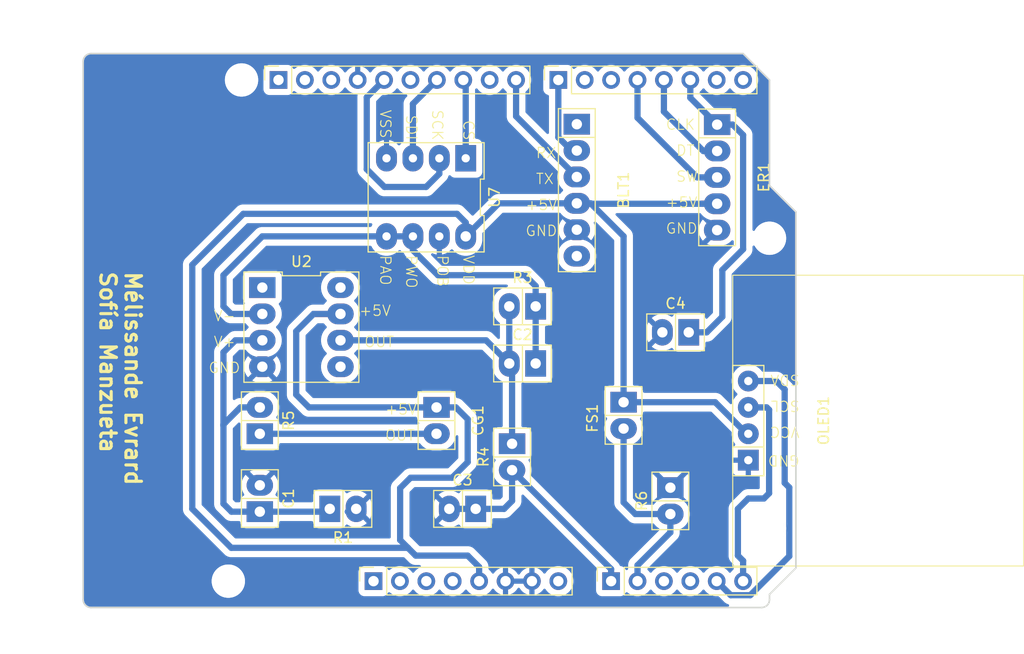
<source format=kicad_pcb>
(kicad_pcb (version 20241229) (generator "pcbnew") (generator_version "9.0")
  (title_block (date "mar. 31 mars 2015"))
  (layers (0 "F.Cu" signal) (2 "B.Cu" signal) (13 "F.Paste" user) (15 "B.Paste" user) (5 "F.SilkS" user "F.Silkscreen") (7 "B.SilkS" user "B.Silkscreen") (1 "F.Mask" user) (3 "B.Mask" user) (25 "Edge.Cuts" user))
  (net 0 "")
  (net 1 "GND")
  (net 3 "+5V")
  (net 4 "/IOREF")
  (net 5 "Net-(U2-+)")
  (net 7 "/A2")
  (net 8 "/A3")
  (net 9 "TX")
  (net 10 "RX")
  (net 12 "/12")
  (net 13 "/AREF")
  (net 14 "R2")
  (net 15 "ADC")
  (net 16 "CLK")
  (net 17 "Net-(CG1-OUT)")
  (net 18 "/*9")
  (net 19 "DT")
  (net 20 "SW")
  (net 21 "/*6")
  (net 22 "/*5")
  (net 23 "/TX{slash}1")
  (net 24 "FS")
  (net 25 "/RX{slash}0")
  (net 26 "+3V3")
  (net 27 "VCC")
  (net 28 "/~{RESET}")
  (net 29 "Net-(C2-Pad2)")
  (net 30 "SDI")
  (net 31 "SCL")
  (net 32 "SCK")
  (net 36 "CS")
  (net 37 "SDA")
  (footprint "Connector_PinSocket_2.54mm:PinSocket_1x08_P2.54mm_Vertical" (layer "F.Cu") (at 127.94 97.46 90)
    (property "Reference" "J1" (hide yes))
    (property "Value" "Power")
    (fp_line (start 1.33 -1.33) (end 1.33 0) (stroke (width 0.12)) (layer "F.SilkS"))
    (fp_line (start 0 -1.33) (end 1.33 -1.33) (stroke (width 0.12)) (layer "F.SilkS"))
    (fp_line (start 1.33 1.27) (end 1.33 19.11) (stroke (width 0.12)) (layer "F.SilkS"))
    (fp_line (start -1.33 1.27) (end 1.33 1.27) (stroke (width 0.12)) (layer "F.SilkS"))
    (fp_line (start -1.33 1.27) (end -1.33 19.11) (stroke (width 0.12)) (layer "F.SilkS"))
    (fp_line (start -1.33 19.11) (end 1.33 19.11) (stroke (width 0.12)) (layer "F.SilkS"))
    (pad "1" thru_hole rect (at 0 0 90) (size 1.7 1.7) (drill 1) (layers "*.Cu" "*.Mask"))
    (pad "2" thru_hole oval (at 0 2.54 90) (size 1.7 1.7) (drill 1) (layers "*.Cu" "*.Mask") (net 4 "/IOREF"))
    (pad "3" thru_hole oval (at 0 5.08 90) (size 1.7 1.7) (drill 1) (layers "*.Cu" "*.Mask") (net 28 "/~{RESET}"))
    (pad "4" thru_hole oval (at 0 7.62 90) (size 1.7 1.7) (drill 1) (layers "*.Cu" "*.Mask") (net 26 "+3V3"))
    (pad "5" thru_hole oval (at 0 10.16 90) (size 1.7 1.7) (drill 1) (layers "*.Cu" "*.Mask") (net 3 "+5V"))
    (pad "6" thru_hole oval (at 0 12.7 90) (size 1.7 1.7) (drill 1) (layers "*.Cu" "*.Mask") (net 1 "GND"))
    (pad "7" thru_hole oval (at 0 15.24 90) (size 1.7 1.7) (drill 1) (layers "*.Cu" "*.Mask") (net 1 "GND"))
    (pad "8" thru_hole oval (at 0 17.78 90) (size 1.7 1.7) (drill 1) (layers "*.Cu" "*.Mask") (net 27 "VCC"))
  )
  (footprint "Connector_PinSocket_2.54mm:PinSocket_1x06_P2.54mm_Vertical" (layer "F.Cu") (at 150.8 97.46 90)
    (property "Reference" "J3" (hide yes))
    (property "Value" "Analog")
    (fp_line (start 1.33 -1.33) (end 1.33 0) (stroke (width 0.12)) (layer "F.SilkS"))
    (fp_line (start 0 -1.33) (end 1.33 -1.33) (stroke (width 0.12)) (layer "F.SilkS"))
    (fp_line (start 1.33 1.27) (end 1.33 14.03) (stroke (width 0.12)) (layer "F.SilkS"))
    (fp_line (start -1.33 1.27) (end 1.33 1.27) (stroke (width 0.12)) (layer "F.SilkS"))
    (fp_line (start -1.33 1.27) (end -1.33 14.03) (stroke (width 0.12)) (layer "F.SilkS"))
    (fp_line (start -1.33 14.03) (end 1.33 14.03) (stroke (width 0.12)) (layer "F.SilkS"))
    (pad "1" thru_hole rect (at 0 0 90) (size 1.7 1.7) (drill 1) (layers "*.Cu" "*.Mask") (net 15 "ADC"))
    (pad "2" thru_hole oval (at 0 2.54 90) (size 1.7 1.7) (drill 1) (layers "*.Cu" "*.Mask") (net 24 "FS"))
    (pad "3" thru_hole oval (at 0 5.08 90) (size 1.7 1.7) (drill 1) (layers "*.Cu" "*.Mask") (net 7 "/A2"))
    (pad "4" thru_hole oval (at 0 7.62 90) (size 1.7 1.7) (drill 1) (layers "*.Cu" "*.Mask") (net 8 "/A3"))
    (pad "5" thru_hole oval (at 0 10.16 90) (size 1.7 1.7) (drill 1) (layers "*.Cu" "*.Mask") (net 37 "SDA"))
    (pad "6" thru_hole oval (at 0 12.7 90) (size 1.7 1.7) (drill 1) (layers "*.Cu" "*.Mask") (net 31 "SCL"))
  )
  (footprint "Connector_PinSocket_2.54mm:PinSocket_1x10_P2.54mm_Vertical" (layer "F.Cu") (at 118.796 49.2 90)
    (property "Reference" "J2" (hide yes))
    (property "Value" "Digital/PWM")
    (fp_line (start 1.33 -1.33) (end 1.33 0) (stroke (width 0.12)) (layer "F.SilkS"))
    (fp_line (start 0 -1.33) (end 1.33 -1.33) (stroke (width 0.12)) (layer "F.SilkS"))
    (fp_line (start 1.33 1.27) (end 1.33 24.19) (stroke (width 0.12)) (layer "F.SilkS"))
    (fp_line (start -1.33 1.27) (end 1.33 1.27) (stroke (width 0.12)) (layer "F.SilkS"))
    (fp_line (start -1.33 1.27) (end -1.33 24.19) (stroke (width 0.12)) (layer "F.SilkS"))
    (fp_line (start -1.33 24.19) (end 1.33 24.19) (stroke (width 0.12)) (layer "F.SilkS"))
    (pad "1" thru_hole rect (at 0 0 90) (size 1.7 1.7) (drill 1) (layers "*.Cu" "*.Mask"))
    (pad "2" thru_hole oval (at 0 2.54 90) (size 1.7 1.7) (drill 1) (layers "*.Cu" "*.Mask"))
    (pad "3" thru_hole oval (at 0 5.08 90) (size 1.7 1.7) (drill 1) (layers "*.Cu" "*.Mask") (net 13 "/AREF"))
    (pad "4" thru_hole oval (at 0 7.62 90) (size 1.7 1.7) (drill 1) (layers "*.Cu" "*.Mask") (net 1 "GND"))
    (pad "5" thru_hole oval (at 0 10.16 90) (size 1.7 1.7) (drill 1) (layers "*.Cu" "*.Mask") (net 32 "SCK"))
    (pad "6" thru_hole oval (at 0 12.7 90) (size 1.7 1.7) (drill 1) (layers "*.Cu" "*.Mask") (net 12 "/12"))
    (pad "7" thru_hole oval (at 0 15.24 90) (size 1.7 1.7) (drill 1) (layers "*.Cu" "*.Mask") (net 30 "SDI"))
    (pad "8" thru_hole oval (at 0 17.78 90) (size 1.7 1.7) (drill 1) (layers "*.Cu" "*.Mask") (net 36 "CS"))
    (pad "9" thru_hole oval (at 0 20.32 90) (size 1.7 1.7) (drill 1) (layers "*.Cu" "*.Mask") (net 18 "/*9"))
    (pad "10" thru_hole oval (at 0 22.86 90) (size 1.7 1.7) (drill 1) (layers "*.Cu" "*.Mask") (net 9 "TX"))
  )
  (footprint "Connector_PinSocket_2.54mm:PinSocket_1x08_P2.54mm_Vertical" (layer "F.Cu") (at 145.72 49.2 90)
    (property "Reference" "J4" (hide yes))
    (property "Value" "Digital/PWM")
    (fp_line (start 1.33 -1.33) (end 1.33 0) (stroke (width 0.12)) (layer "F.SilkS"))
    (fp_line (start 0 -1.33) (end 1.33 -1.33) (stroke (width 0.12)) (layer "F.SilkS"))
    (fp_line (start 1.33 1.27) (end 1.33 19.11) (stroke (width 0.12)) (layer "F.SilkS"))
    (fp_line (start -1.33 1.27) (end 1.33 1.27) (stroke (width 0.12)) (layer "F.SilkS"))
    (fp_line (start -1.33 1.27) (end -1.33 19.11) (stroke (width 0.12)) (layer "F.SilkS"))
    (fp_line (start -1.33 19.11) (end 1.33 19.11) (stroke (width 0.12)) (layer "F.SilkS"))
    (pad "1" thru_hole rect (at 0 0 90) (size 1.7 1.7) (drill 1) (layers "*.Cu" "*.Mask") (net 10 "RX"))
    (pad "2" thru_hole oval (at 0 2.54 90) (size 1.7 1.7) (drill 1) (layers "*.Cu" "*.Mask") (net 21 "/*6"))
    (pad "3" thru_hole oval (at 0 5.08 90) (size 1.7 1.7) (drill 1) (layers "*.Cu" "*.Mask") (net 22 "/*5"))
    (pad "4" thru_hole oval (at 0 7.62 90) (size 1.7 1.7) (drill 1) (layers "*.Cu" "*.Mask") (net 20 "SW"))
    (pad "5" thru_hole oval (at 0 10.16 90) (size 1.7 1.7) (drill 1) (layers "*.Cu" "*.Mask") (net 19 "DT"))
    (pad "6" thru_hole oval (at 0 12.7 90) (size 1.7 1.7) (drill 1) (layers "*.Cu" "*.Mask") (net 16 "CLK"))
    (pad "7" thru_hole oval (at 0 15.24 90) (size 1.7 1.7) (drill 1) (layers "*.Cu" "*.Mask") (net 23 "/TX{slash}1"))
    (pad "8" thru_hole oval (at 0 17.78 90) (size 1.7 1.7) (drill 1) (layers "*.Cu" "*.Mask") (net 25 "/RX{slash}0"))
  )
  (footprint "Ma_Library_huella:R" (layer "F.Cu") (at 125 90.5)
    (property "Reference" "R1" (at 0 2.77 0) (layer "F.SilkS"))
    (property "Value" "100k")
    (fp_line (start -2.77 -1.77) (end 2.77 -1.77) (stroke (width 0.12)) (layer "F.SilkS"))
    (fp_line (start -2.77 1.77) (end -2.77 -1.77) (stroke (width 0.12)) (layer "F.SilkS"))
    (fp_line (start 0 -1.77) (end 0 1.77) (stroke (width 0.12)) (layer "F.SilkS"))
    (fp_line (start 2.77 -1.77) (end 2.77 1.77) (stroke (width 0.12)) (layer "F.SilkS"))
    (fp_line (start 2.77 1.77) (end -2.77 1.77) (stroke (width 0.12)) (layer "F.SilkS"))
    (pad "1" thru_hole rect (at -1.27 0) (size 2 2.54) (drill 1) (layers "*.Cu" "*.Mask") (net 5 "Net-(U2-+)"))
    (pad "2" thru_hole oval (at 1.27 0) (size 2 2.54) (drill 1) (layers "*.Cu" "*.Mask") (net 1 "GND"))
  )
  (footprint "Ma_Library_huella:C" (layer "F.Cu") (at 117 89.5 90)
    (property "Reference" "C1" (at 0 2.77 90) (layer "F.SilkS"))
    (property "Value" "100n")
    (fp_line (start 2.77 -1.77) (end 2.77 1.77) (stroke (width 0.12)) (layer "F.SilkS"))
    (fp_line (start 0 -1.77) (end 0 1.77) (stroke (width 0.12)) (layer "F.SilkS"))
    (fp_line (start -2.77 -1.77) (end 2.77 -1.77) (stroke (width 0.12)) (layer "F.SilkS"))
    (fp_line (start 2.77 1.77) (end -2.77 1.77) (stroke (width 0.12)) (layer "F.SilkS"))
    (fp_line (start -2.77 1.77) (end -2.77 -1.77) (stroke (width 0.12)) (layer "F.SilkS"))
    (pad "1" thru_hole rect (at -1.27 0 90) (size 2 2.54) (drill 1) (layers "*.Cu" "*.Mask") (net 5 "Net-(U2-+)"))
    (pad "2" thru_hole oval (at 1.27 0 90) (size 2 2.54) (drill 1) (layers "*.Cu" "*.Mask") (net 1 "GND"))
  )
  (footprint "Ma_Library_huella:Potentiomètre" (layer "F.Cu") (at 133 60.5 180)
    (property "Reference" "U7" (at -6.58 0 90) (layer "F.SilkS"))
    (property "Value" "MCP41050")
    (fp_line (start 5.58 5.26) (end 5.58 -5.26) (stroke (width 0.12)) (layer "F.SilkS"))
    (fp_line (start 5.58 -5.26) (end -5.58 -5.26) (stroke (width 0.12)) (layer "F.SilkS"))
    (fp_line (start -5.22 1.753333) (end -5.58 1.753333) (stroke (width 0.12)) (layer "F.SilkS"))
    (fp_line (start -5.22 -1.753333) (end -5.22 1.753333) (stroke (width 0.12)) (layer "F.SilkS"))
    (fp_line (start -5.58 5.26) (end 5.58 5.26) (stroke (width 0.12)) (layer "F.SilkS"))
    (fp_line (start -5.58 1.753333) (end -5.58 5.26) (stroke (width 0.12)) (layer "F.SilkS"))
    (fp_line (start -5.58 -1.753333) (end -5.22 -1.753333) (stroke (width 0.12)) (layer "F.SilkS"))
    (fp_line (start -5.58 -5.26) (end -5.58 -1.753333) (stroke (width 0.12)) (layer "F.SilkS"))
    (fp_text user "SCK" (at -0.5 8.5 270) (layer "F.SilkS") (effects (font (thickness 0.1)) (justify left bottom)))
    (fp_text user "PAO" (at 4.5 -5.5 270) (layer "F.SilkS") (effects (font (thickness 0.1)) (justify left bottom)))
    (fp_text user "CS" (at -3.5 7.5 270) (layer "F.SilkS") (effects (font (thickness 0.1)) (justify left bottom)))
    (fp_text user "SDI" (at 2 8 270) (layer "F.SilkS") (effects (font (thickness 0.1)) (justify left bottom)))
    (fp_text user "VDD" (at -3.5 -5.5 270) (layer "F.SilkS") (effects (font (thickness 0.1)) (justify left bottom)))
    (fp_text user "VSS" (at 4.5 8.5 270) (layer "F.SilkS") (effects (font (thickness 0.1)) (justify left bottom)))
    (fp_text user "PWO" (at 2 -5.5 270) (layer "F.SilkS") (effects (font (thickness 0.1)) (justify left bottom)))
    (fp_text user "POB" (at -1 -5.5 270) (layer "F.SilkS") (effects (font (thickness 0.1)) (justify left bottom)))
    (pad "1" thru_hole rect (at -3.81 3.76 180) (size 2 2.54) (drill 0.8) (layers "*.Cu" "*.Mask") (net 36 "CS"))
    (pad "2" thru_hole oval (at -1.27 3.76 180) (size 2 2.54) (drill 0.8) (layers "*.Cu" "*.Mask") (net 32 "SCK"))
    (pad "3" thru_hole oval (at 1.27 3.76 180) (size 2 2.54) (drill 0.8) (layers "*.Cu" "*.Mask") (net 30 "SDI"))
    (pad "4" thru_hole oval (at 3.81 3.76 180) (size 2 2.54) (drill 0.8) (layers "*.Cu" "*.Mask") (net 1 "GND"))
    (pad "5" thru_hole oval (at 3.81 -3.76 180) (size 2 2.54) (drill 0.8) (layers "*.Cu" "*.Mask") (net 14 "R2"))
    (pad "6" thru_hole oval (at 1.27 -3.76 180) (size 2 2.54) (drill 0.8) (layers "*.Cu" "*.Mask") (net 14 "R2"))
    (pad "7" thru_hole oval (at -1.27 -3.76 180) (size 2 2.54) (drill 0.8) (layers "*.Cu" "*.Mask") (net 1 "GND"))
    (pad "8" thru_hole oval (at -3.81 -3.76 180) (size 2 2.54) (drill 1) (layers "*.Cu" "*.Mask") (net 3 "+5V"))
  )
  (footprint "Ma_Library_huella:R" (layer "F.Cu") (at 142.27 71 180)
    (property "Reference" "R3" (at 0 2.77 0) (layer "F.SilkS"))
    (property "Value" "100k")
    (fp_line (start 2.77 1.77) (end -2.77 1.77) (stroke (width 0.12)) (layer "F.SilkS"))
    (fp_line (start 2.77 -1.77) (end 2.77 1.77) (stroke (width 0.12)) (layer "F.SilkS"))
    (fp_line (start 0 -1.77) (end 0 1.77) (stroke (width 0.12)) (layer "F.SilkS"))
    (fp_line (start -2.77 1.77) (end -2.77 -1.77) (stroke (width 0.12)) (layer "F.SilkS"))
    (fp_line (start -2.77 -1.77) (end 2.77 -1.77) (stroke (width 0.12)) (layer "F.SilkS"))
    (pad "1" thru_hole rect (at -1.27 0 180) (size 2 2.54) (drill 1) (layers "*.Cu" "*.Mask") (net 14 "R2"))
    (pad "2" thru_hole oval (at 1.27 0 180) (size 2 2.54) (drill 1) (layers "*.Cu" "*.Mask") (net 29 "Net-(C2-Pad2)"))
  )
  (footprint "Ma_Library_huella:OLED1306" (layer "F.Cu") (at 164 82 90)
    (property "Reference" "OLED1" (at 0 7.25 90) (layer "F.SilkS"))
    (property "Value" "~")
    (fp_line (start 5.31 -1.5) (end 5.31 1.5) (stroke (width 0.12)) (layer "F.SilkS"))
    (fp_line (start -2.54 -1.5) (end -2.54 1.5) (stroke (width 0.12)) (layer "F.SilkS"))
    (fp_line (start -5.31 -1.5) (end 5.31 -1.5) (stroke (width 0.12)) (layer "F.SilkS"))
    (fp_line (start 5.31 1.5) (end -5.31 1.5) (stroke (width 0.12)) (layer "F.SilkS"))
    (fp_line (start -5.31 1.5) (end -5.31 -1.5) (stroke (width 0.12)) (layer "F.SilkS"))
    (fp_rect (start -14 -1.5) (end 14 26.5) (stroke (width 0.1)) (fill no) (layer "F.SilkS"))
    (fp_text user "GND" (at -3.25 5 180) (layer "F.SilkS") (effects (font (thickness 0.1)) (justify left bottom)))
    (fp_text user "SCL" (at 2 5 180) (layer "F.SilkS") (effects (font (thickness 0.1)) (justify left bottom)))
    (fp_text user "VCC" (at -0.5 5 180) (layer "F.SilkS") (effects (font (thickness 0.1)) (justify left bottom)))
    (fp_text user "SDA" (at 4.5 5 180) (layer "F.SilkS") (effects (font (thickness 0.1)) (justify left bottom)))
    (pad "1" thru_hole rect (at -3.81 0 90) (size 2 2) (drill 0.8) (layers "*.Cu" "*.Mask") (net 1 "GND"))
    (pad "2" thru_hole circle (at -1.27 0 90) (size 2 2) (drill 0.8) (layers "*.Cu" "*.Mask") (net 3 "+5V"))
    (pad "3" thru_hole circle (at 1.27 0 90) (size 2 2) (drill 0.8) (layers "*.Cu" "*.Mask") (net 31 "SCL"))
    (pad "4" thru_hole circle (at 3.81 0 90) (size 2 2) (drill 0.8) (layers "*.Cu" "*.Mask") (net 37 "SDA"))
  )
  (footprint "Ma_Library_huella:R" (layer "F.Cu") (at 156.5 89.73 -90)
    (property "Reference" "R6" (at 0 2.77 90) (layer "F.SilkS"))
    (property "Value" "47k")
    (fp_line (start -2.77 1.77) (end -2.77 -1.77) (stroke (width 0.12)) (layer "F.SilkS"))
    (fp_line (start 2.77 1.77) (end -2.77 1.77) (stroke (width 0.12)) (layer "F.SilkS"))
    (fp_line (start -2.77 -1.77) (end 2.77 -1.77) (stroke (width 0.12)) (layer "F.SilkS"))
    (fp_line (start 0 -1.77) (end 0 1.77) (stroke (width 0.12)) (layer "F.SilkS"))
    (fp_line (start 2.77 -1.77) (end 2.77 1.77) (stroke (width 0.12)) (layer "F.SilkS"))
    (pad "1" thru_hole rect (at -1.27 0 270) (size 2 2.54) (drill 1) (layers "*.Cu" "*.Mask") (net 1 "GND"))
    (pad "2" thru_hole oval (at 1.27 0 270) (size 2 2.54) (drill 1) (layers "*.Cu" "*.Mask") (net 24 "FS"))
  )
  (footprint "Ma_Library_huella:C" (layer "F.Cu") (at 157 73.5 180)
    (property "Reference" "C4" (at 0 2.77 0) (layer "F.SilkS"))
    (property "Value" "100n")
    (fp_line (start 2.77 1.77) (end -2.77 1.77) (stroke (width 0.12)) (layer "F.SilkS"))
    (fp_line (start 2.77 -1.77) (end 2.77 1.77) (stroke (width 0.12)) (layer "F.SilkS"))
    (fp_line (start 0 -1.77) (end 0 1.77) (stroke (width 0.12)) (layer "F.SilkS"))
    (fp_line (start -2.77 1.77) (end -2.77 -1.77) (stroke (width 0.12)) (layer "F.SilkS"))
    (fp_line (start -2.77 -1.77) (end 2.77 -1.77) (stroke (width 0.12)) (layer "F.SilkS"))
    (pad "1" thru_hole rect (at -1.27 0 180) (size 2 2.54) (drill 1) (layers "*.Cu" "*.Mask") (net 16 "CLK"))
    (pad "2" thru_hole oval (at 1.27 0 180) (size 2 2.54) (drill 1) (layers "*.Cu" "*.Mask") (net 1 "GND"))
  )
  (footprint "Ma_Library_huella:R" (layer "F.Cu") (at 117 82 90)
    (property "Reference" "R5" (at 0 2.77 90) (layer "F.SilkS"))
    (property "Value" "10k")
    (fp_line (start 2.77 -1.77) (end 2.77 1.77) (stroke (width 0.12)) (layer "F.SilkS"))
    (fp_line (start 0 -1.77) (end 0 1.77) (stroke (width 0.12)) (layer "F.SilkS"))
    (fp_line (start -2.77 -1.77) (end 2.77 -1.77) (stroke (width 0.12)) (layer "F.SilkS"))
    (fp_line (start 2.77 1.77) (end -2.77 1.77) (stroke (width 0.12)) (layer "F.SilkS"))
    (fp_line (start -2.77 1.77) (end -2.77 -1.77) (stroke (width 0.12)) (layer "F.SilkS"))
    (pad "1" thru_hole rect (at -1.27 0 90) (size 2 2.54) (drill 1) (layers "*.Cu" "*.Mask") (net 17 "Net-(CG1-OUT)"))
    (pad "2" thru_hole oval (at 1.27 0 90) (size 2 2.54) (drill 1) (layers "*.Cu" "*.Mask") (net 5 "Net-(U2-+)"))
  )
  (footprint "Ma_Library_huella:C" (layer "F.Cu") (at 136.5 90.5 180)
    (property "Reference" "C3" (at 0 2.77 0) (layer "F.SilkS"))
    (property "Value" "100n")
    (fp_line (start 2.77 1.77) (end -2.77 1.77) (stroke (width 0.12)) (layer "F.SilkS"))
    (fp_line (start 2.77 -1.77) (end 2.77 1.77) (stroke (width 0.12)) (layer "F.SilkS"))
    (fp_line (start 0 -1.77) (end 0 1.77) (stroke (width 0.12)) (layer "F.SilkS"))
    (fp_line (start -2.77 1.77) (end -2.77 -1.77) (stroke (width 0.12)) (layer "F.SilkS"))
    (fp_line (start -2.77 -1.77) (end 2.77 -1.77) (stroke (width 0.12)) (layer "F.SilkS"))
    (pad "1" thru_hole rect (at -1.27 0 180) (size 2 2.54) (drill 1) (layers "*.Cu" "*.Mask") (net 15 "ADC"))
    (pad "2" thru_hole oval (at 1.27 0 180) (size 2 2.54) (drill 1) (layers "*.Cu" "*.Mask") (net 1 "GND"))
  )
  (footprint "Arduino_MountingHole:MountingHole_3.2mm" (layer "F.Cu") (at 115.24 49.2)
    (property "Reference" "MH1" (hide yes))
    (property "Value" "MountingHole_3.2mm" (hide yes))
    (pad "" np_thru_hole circle (at 0 0) (size 3.2 3.2) (drill 3.2) (layers "*.Cu" "*.Mask"))
  )
  (footprint "Ma_Library_huella:AOP_LTC1050" (layer "F.Cu") (at 121 73 -90)
    (property "Reference" "U2" (at -6.31 0 0) (layer "F.SilkS"))
    (property "Value" "LTC1050")
    (fp_line (start -5.31 5.53) (end 5.31 5.53) (stroke (width 0.12)) (layer "F.SilkS"))
    (fp_line (start 5.31 5.53) (end 5.31 -5.53) (stroke (width 0.12)) (layer "F.SilkS"))
    (fp_line (start -5.31 1.843333) (end -5.31 5.53) (stroke (width 0.12)) (layer "F.SilkS"))
    (fp_line (start -4.95 1.843333) (end -5.31 1.843333) (stroke (width 0.12)) (layer "F.SilkS"))
    (fp_line (start -5.31 -1.843333) (end -4.95 -1.843333) (stroke (width 0.12)) (layer "F.SilkS"))
    (fp_line (start -4.95 -1.843333) (end -4.95 1.843333) (stroke (width 0.12)) (layer "F.SilkS"))
    (fp_line (start -5.31 -5.53) (end -5.31 -1.843333) (stroke (width 0.12)) (layer "F.SilkS"))
    (fp_line (start 5.31 -5.53) (end -5.31 -5.53) (stroke (width 0.12)) (layer "F.SilkS"))
    (fp_text user "+5V" (at -1 -5.5 0) (layer "F.SilkS") (effects (font (thickness 0.1)) (justify left bottom)))
    (fp_text user "V+" (at 2 8.5 0) (layer "F.SilkS") (effects (font (thickness 0.1)) (justify left bottom)))
    (fp_text user "OUT" (at 2 -6 0) (layer "F.SilkS") (effects (font (thickness 0.1)) (justify left bottom)))
    (fp_text user "GND" (at 4.5 9 0) (layer "F.SilkS") (effects (font (thickness 0.1)) (justify left bottom)))
    (fp_text user "V-" (at -0.5 8.5 0) (layer "F.SilkS") (effects (font (thickness 0.1)) (justify left bottom)))
    (pad "1" thru_hole rect (at -3.81 3.76 270) (size 2 2.54) (drill 1) (layers "*.Cu" "*.Mask"))
    (pad "2" thru_hole oval (at -1.27 3.76 270) (size 2 2.54) (drill 1) (layers "*.Cu" "*.Mask") (net 14 "R2"))
    (pad "3" thru_hole oval (at 1.27 3.76 270) (size 2 2.54) (drill 1) (layers "*.Cu" "*.Mask") (net 5 "Net-(U2-+)"))
    (pad "4" thru_hole oval (at 3.81 3.76 270) (size 2 2.54) (drill 1) (layers "*.Cu" "*.Mask") (net 1 "GND"))
    (pad "5" thru_hole oval (at 3.81 -3.76 270) (size 2 2.54) (drill 1) (layers "*.Cu" "*.Mask"))
    (pad "6" thru_hole oval (at 1.27 -3.76 270) (size 2 2.54) (drill 1) (layers "*.Cu" "*.Mask") (net 29 "Net-(C2-Pad2)"))
    (pad "7" thru_hole oval (at -1.27 -3.76 270) (size 2 2.54) (drill 1) (layers "*.Cu" "*.Mask") (net 3 "+5V"))
    (pad "8" thru_hole oval (at -3.81 -3.76 270) (size 2 2.54) (drill 1) (layers "*.Cu" "*.Mask"))
  )
  (footprint "Ma_Library_huella:Encodeur rotatif" (layer "F.Cu") (at 161 58.58 -90)
    (property "Reference" "ER1" (at 0 -4.5 90) (layer "F.SilkS"))
    (property "Value" "~")
    (fp_line (start -6.58 1.77) (end -6.58 -1.77) (stroke (width 0.12)) (layer "F.SilkS"))
    (fp_line (start 6.58 1.77) (end -6.58 1.77) (stroke (width 0.12)) (layer "F.SilkS"))
    (fp_line (start -6.58 -1.77) (end 6.58 -1.77) (stroke (width 0.12)) (layer "F.SilkS"))
    (fp_line (start -3.81 -1.77) (end -3.81 1.77) (stroke (width 0.12)) (layer "F.SilkS"))
    (fp_line (start 6.58 -1.77) (end 6.58 1.77) (stroke (width 0.12)) (layer "F.SilkS"))
    (fp_text user "CLK" (at -4.5 5 0) (layer "F.SilkS") (effects (font (thickness 0.1)) (justify left bottom)))
    (fp_text user "GND" (at 5.5 5 0) (layer "F.SilkS") (effects (font (thickness 0.1)) (justify left bottom)))
    (fp_text user "+5V" (at 3 5 0) (layer "F.SilkS") (effects (font (thickness 0.1)) (justify left bottom)))
    (fp_text user "SW" (at 0.5 4 0) (layer "F.SilkS") (effects (font (thickness 0.1)) (justify left bottom)))
    (fp_text user "DT" (at -2 4 0) (layer "F.SilkS") (effects (font (thickness 0.1)) (justify left bottom)))
    (pad "1" thru_hole rect (at -5.08 0 270) (size 2 2.54) (drill 1) (layers "*.Cu" "*.Mask") (net 16 "CLK"))
    (pad "2" thru_hole oval (at -2.54 0 270) (size 2 2.54) (drill 1) (layers "*.Cu" "*.Mask") (net 19 "DT"))
    (pad "3" thru_hole oval (at 0 0 270) (size 2 2.54) (drill 1) (layers "*.Cu" "*.Mask") (net 20 "SW"))
    (pad "4" thru_hole oval (at 2.54 0 270) (size 2 2.54) (drill 1) (layers "*.Cu" "*.Mask") (net 3 "+5V"))
    (pad "5" thru_hole oval (at 5.08 0 270) (size 2 2.54) (drill 1) (layers "*.Cu" "*.Mask") (net 1 "GND"))
  )
  (footprint "Ma_Library_huella:FlexSensor" (layer "F.Cu") (at 152 81.5 -90)
    (property "Reference" "FS1" (at 0.27 3 90) (layer "F.SilkS"))
    (property "Value" "~")
    (fp_line (start -2.77 1.77) (end -2.77 -1.77) (stroke (width 0.12)) (layer "F.SilkS"))
    (fp_line (start 2.77 1.77) (end -2.77 1.77) (stroke (width 0.12)) (layer "F.SilkS"))
    (fp_line (start -2.77 -1.77) (end 2.77 -1.77) (stroke (width 0.12)) (layer "F.SilkS"))
    (fp_line (start 0 -1.77) (end 0 1.77) (stroke (width 0.12)) (layer "F.SilkS"))
    (fp_line (start 2.77 -1.77) (end 2.77 1.77) (stroke (width 0.12)) (layer "F.SilkS"))
    (pad "1" thru_hole rect (at -1.27 0 270) (size 2 2.54) (drill 1) (layers "*.Cu" "*.Mask") (net 3 "+5V"))
    (pad "2" thru_hole oval (at 1.27 0 270) (size 2 2.54) (drill 1) (layers "*.Cu" "*.Mask") (net 24 "FS"))
  )
  (footprint "Ma_Library_huella:R" (layer "F.Cu") (at 141.27 85.5 -90)
    (property "Reference" "R4" (at 0 2.77 90) (layer "F.SilkS"))
    (property "Value" "1k")
    (fp_line (start -2.77 1.77) (end -2.77 -1.77) (stroke (width 0.12)) (layer "F.SilkS"))
    (fp_line (start 2.77 1.77) (end -2.77 1.77) (stroke (width 0.12)) (layer "F.SilkS"))
    (fp_line (start -2.77 -1.77) (end 2.77 -1.77) (stroke (width 0.12)) (layer "F.SilkS"))
    (fp_line (start 0 -1.77) (end 0 1.77) (stroke (width 0.12)) (layer "F.SilkS"))
    (fp_line (start 2.77 -1.77) (end 2.77 1.77) (stroke (width 0.12)) (layer "F.SilkS"))
    (pad "1" thru_hole rect (at -1.27 0 270) (size 2 2.54) (drill 1) (layers "*.Cu" "*.Mask") (net 29 "Net-(C2-Pad2)"))
    (pad "2" thru_hole oval (at 1.27 0 270) (size 2 2.54) (drill 1) (layers "*.Cu" "*.Mask") (net 15 "ADC"))
  )
  (footprint "Ma_Library_huella:Capteur_Graphite" (layer "F.Cu") (at 134 82 -90)
    (property "Reference" "CG1" (at 0 -4 90) (layer "F.SilkS"))
    (property "Value" "~")
    (fp_line (start -2.77 1.77) (end -2.77 -1.77) (stroke (width 0.12)) (layer "F.SilkS"))
    (fp_line (start 2.77 1.77) (end -2.77 1.77) (stroke (width 0.12)) (layer "F.SilkS"))
    (fp_line (start -2.77 -1.77) (end 2.77 -1.77) (stroke (width 0.12)) (layer "F.SilkS"))
    (fp_line (start 0 -1.77) (end 0 1.77) (stroke (width 0.12)) (layer "F.SilkS"))
    (fp_line (start 2.77 -1.77) (end 2.77 1.77) (stroke (width 0.12)) (layer "F.SilkS"))
    (fp_text user "OUT" (at 2 5 0) (layer "F.SilkS") (effects (font (thickness 0.1)) (justify left bottom)))
    (fp_text user "+5V" (at -0.5 5 0) (layer "F.SilkS") (effects (font (thickness 0.1)) (justify left bottom)))
    (pad "1" thru_hole rect (at -1.27 0 270) (size 2 2.54) (drill 1) (layers "*.Cu" "*.Mask") (net 3 "+5V"))
    (pad "2" thru_hole oval (at 1.27 0 270) (size 2 2.54) (drill 1) (layers "*.Cu" "*.Mask") (net 17 "Net-(CG1-OUT)"))
  )
  (footprint "Ma_Library_huella:C" (layer "F.Cu") (at 142.27 76.5 180)
    (property "Reference" "C2" (at 0 2.77 0) (layer "F.SilkS"))
    (property "Value" "1u")
    (fp_line (start 2.77 1.77) (end -2.77 1.77) (stroke (width 0.12)) (layer "F.SilkS"))
    (fp_line (start 2.77 -1.77) (end 2.77 1.77) (stroke (width 0.12)) (layer "F.SilkS"))
    (fp_line (start 0 -1.77) (end 0 1.77) (stroke (width 0.12)) (layer "F.SilkS"))
    (fp_line (start -2.77 1.77) (end -2.77 -1.77) (stroke (width 0.12)) (layer "F.SilkS"))
    (fp_line (start -2.77 -1.77) (end 2.77 -1.77) (stroke (width 0.12)) (layer "F.SilkS"))
    (pad "1" thru_hole rect (at -1.27 0 180) (size 2 2.54) (drill 1) (layers "*.Cu" "*.Mask") (net 14 "R2"))
    (pad "2" thru_hole oval (at 1.27 0 180) (size 2 2.54) (drill 1) (layers "*.Cu" "*.Mask") (net 29 "Net-(C2-Pad2)"))
  )
  (footprint "Arduino_MountingHole:MountingHole_3.2mm" (layer "F.Cu") (at 113.97 97.46)
    (property "Reference" "MH2" (hide yes))
    (property "Value" "MountingHole_3.2mm" (hide yes))
    (pad "" np_thru_hole circle (at 0 0) (size 3.2 3.2) (drill 3.2) (layers "*.Cu" "*.Mask"))
  )
  (footprint "Arduino_MountingHole:MountingHole_3.2mm" (layer "F.Cu") (at 166.04 64.44)
    (property "Reference" "MH3" (hide yes))
    (property "Value" "MountingHole_3.2mm" (hide yes))
    (pad "" np_thru_hole circle (at 0 0) (size 3.2 3.2) (drill 3.2) (layers "*.Cu" "*.Mask"))
  )
  (footprint "Arduino_MountingHole:MountingHole_3.2mm" (layer "F.Cu") (at 166.04 92.38)
    (property "Reference" "MH4" (hide yes))
    (property "Value" "MountingHole_3.2mm" (hide yes))
    (pad "" np_thru_hole circle (at 0 0) (size 3.2 3.2) (drill 3.2) (layers "*.Cu" "*.Mask"))
  )
  (footprint "Ma_Library_huella:Bluetooth" (layer "F.Cu") (at 147.5 59.81 -90)
    (property "Reference" "BLT1" (at 0 -4.5 90) (layer "F.SilkS"))
    (property "Value" "~")
    (fp_line (start -7.85 1.77) (end -7.85 -1.77) (stroke (width 0.12)) (layer "F.SilkS"))
    (fp_line (start 7.85 1.77) (end -7.85 1.77) (stroke (width 0.12)) (layer "F.SilkS"))
    (fp_line (start -7.85 -1.77) (end 7.85 -1.77) (stroke (width 0.12)) (layer "F.SilkS"))
    (fp_line (start -5.08 -1.77) (end -5.08 1.77) (stroke (width 0.12)) (layer "F.SilkS"))
    (fp_line (start 7.85 -1.77) (end 7.85 1.77) (stroke (width 0.12)) (layer "F.SilkS"))
    (fp_text user "GND" (at 4.5 5 0) (layer "F.SilkS") (effects (font (thickness 0.1)) (justify left bottom)))
    (fp_text user "RX" (at -3 4 0) (layer "F.SilkS") (effects (font (thickness 0.1)) (justify left bottom)))
    (fp_text user "+5V" (at 2 5 0) (layer "F.SilkS") (effects (font (thickness 0.1)) (justify left bottom)))
    (fp_text user "TX" (at -0.5 4 0) (layer "F.SilkS") (effects (font (thickness 0.1)) (justify left bottom)))
    (pad "1" thru_hole rect (at -6.35 0 270) (size 2 2.54) (drill 1) (layers "*.Cu" "*.Mask"))
    (pad "2" thru_hole oval (at -3.81 0 270) (size 2 2.54) (drill 1) (layers "*.Cu" "*.Mask") (net 10 "RX"))
    (pad "3" thru_hole oval (at -1.27 0 270) (size 2 2.54) (drill 1) (layers "*.Cu" "*.Mask") (net 9 "TX"))
    (pad "4" thru_hole oval (at 1.27 0 270) (size 2 2.54) (drill 1) (layers "*.Cu" "*.Mask") (net 3 "+5V"))
    (pad "5" thru_hole oval (at 3.81 0 270) (size 2 2.54) (drill 1) (layers "*.Cu" "*.Mask") (net 1 "GND"))
    (pad "6" thru_hole oval (at 6.35 0 270) (size 2 2.54) (drill 1) (layers "*.Cu" "*.Mask"))
  )
  (gr_line (start 166.04 59.36) (end 168.58 61.9) (stroke (width 0.15)) (layer "Edge.Cuts"))
  (gr_line (start 100 99.238) (end 100 47.422) (stroke (width 0.15)) (layer "Edge.Cuts"))
  (gr_line (start 168.58 61.9) (end 168.58 96.19) (stroke (width 0.15)) (layer "Edge.Cuts"))
  (gr_line (start 165.278 100) (end 100.762 100) (stroke (width 0.15)) (layer "Edge.Cuts"))
  (gr_line (start 100.762 46.66) (end 163.5 46.66) (stroke (width 0.15)) (layer "Edge.Cuts"))
  (gr_arc (start 100.762 100) (mid 100.223185 99.776815) (end 100 99.238) (stroke (width 0.15)) (layer "Edge.Cuts"))
  (gr_line (start 168.58 96.19) (end 166.04 98.73) (stroke (width 0.15)) (layer "Edge.Cuts"))
  (gr_line (start 163.5 46.66) (end 166.04 49.2) (stroke (width 0.15)) (layer "Edge.Cuts"))
  (gr_arc (start 166.04 99.238) (mid 165.816815 99.776815) (end 165.278 100) (stroke (width 0.15)) (layer "Edge.Cuts"))
  (gr_line (start 166.04 49.2) (end 166.04 59.36) (stroke (width 0.15)) (layer "Edge.Cuts"))
  (gr_line (start 166.04 98.73) (end 166.04 99.238) (stroke (width 0.15)) (layer "Edge.Cuts"))
  (gr_arc (start 100 47.422) (mid 100.223185 46.883185) (end 100.762 46.66) (stroke (width 0.15)) (layer "Edge.Cuts"))
  (gr_text "Mélissande Evrard\nSofía Manzueta" (at 101.5 67.5 270) (layer "F.SilkS") (effects (font (size 1.5 1.5) (thickness 0.3) (bold yes)) (justify left bottom)))
  (segment (start 125.46 90.77) (end 125.73 90.5) (width 0.6) (layer "B.Cu") (net 1))
  (segment (start 122.17 71.73) (end 123.5 71.73) (width 0.6) (layer "F.Cu") (net 3))
  (segment (start 148.42 61.08) (end 148.46 61.12) (width 0.6) (layer "F.Cu") (net 3))
  (segment (start 159.5 61.12) (end 161 61.12) (width 0.6) (layer "F.Cu") (net 3))
  (segment (start 147.5 61.08) (end 148.42 61.08) (width 0.6) (layer "F.Cu") (net 3))
  (segment (start 137 86) (end 137 81.86) (width 0.6) (layer "B.Cu") (net 3))
  (segment (start 135.5 87.5) (end 137 86) (width 0.6) (layer "B.Cu") (net 3))
  (segment (start 120.5 73.4) (end 120.5 79.5) (width 0.6) (layer "B.Cu") (net 3))
  (segment (start 139.99 61.08) (end 147.5 61.08) (width 0.6) (layer "B.Cu") (net 3))
  (segment (start 148.87 61.12) (end 161 61.12) (width 0.6) (layer "B.Cu") (net 3))
  (segment (start 114.25 94.25) (end 110.5 90.5) (width 0.6) (layer "B.Cu") (net 3))
  (segment (start 148.83 61.08) (end 148.87 61.12) (width 0.6) (layer "B.Cu") (net 3))
  (segment (start 148.87 61.12) (end 152 64.25) (width 0.6) (layer "B.Cu") (net 3))
  (segment (start 132 95) (end 131.25 94.25) (width 0.6) (layer "B.Cu") (net 3))
  (segment (start 123.5 71.73) (end 122.17 71.73) (width 0.6) (layer "B.Cu") (net 3))
  (segment (start 135.969 62.089) (end 136.81 62.93) (width 0.6) (layer "B.Cu") (net 3))
  (segment (start 136.81 62.93) (end 136.81 64.26) (width 0.6) (layer "B.Cu") (net 3))
  (segment (start 137 95) (end 132 95) (width 0.6) (layer "B.Cu") (net 3))
  (segment (start 138.1 96.1) (end 137 95) (width 0.6) (layer "B.Cu") (net 3))
  (segment (start 152 64.25) (end 152 80.23) (width 0.6) (layer "B.Cu") (net 3))
  (segment (start 110.5 90.5) (end 110.5 67) (width 0.6) (layer "B.Cu") (net 3))
  (segment (start 131.25 94.25) (end 130.5 93.5) (width 0.6) (layer "B.Cu") (net 3))
  (segment (start 121.73 80.73) (end 134 80.73) (width 0.6) (layer "B.Cu") (net 3))
  (segment (start 131.5 87.5) (end 135.5 87.5) (width 0.6) (layer "B.Cu") (net 3))
  (segment (start 152 80.23) (end 160.81158 80.23) (width 0.6) (layer "B.Cu") (net 3))
  (segment (start 163.85158 83.27) (end 164 83.27) (width 0.6) (layer "B.Cu") (net 3))
  (segment (start 147.5 61.08) (end 148.83 61.08) (width 0.6) (layer "B.Cu") (net 3))
  (segment (start 137 81.86) (end 135.87 80.73) (width 0.6) (layer "B.Cu") (net 3))
  (segment (start 115.411 62.089) (end 135.969 62.089) (width 0.6) (layer "B.Cu") (net 3))
  (segment (start 130.5 88.5) (end 131.5 87.5) (width 0.6) (layer "B.Cu") (net 3))
  (segment (start 135.87 80.73) (end 134 80.73) (width 0.6) (layer "B.Cu") (net 3))
  (segment (start 120.5 79.5) (end 121.73 80.73) (width 0.6) (layer "B.Cu") (net 3))
  (segment (start 131.25 94.25) (end 114.25 94.25) (width 0.6) (layer "B.Cu") (net 3))
  (segment (start 110.5 67) (end 115.411 62.089) (width 0.6) (layer "B.Cu") (net 3))
  (segment (start 130.5 93.5) (end 130.5 88.5) (width 0.6) (layer "B.Cu") (net 3))
  (segment (start 138.1 97.46) (end 138.1 96.1) (width 0.6) (layer "B.Cu") (net 3))
  (segment (start 122.17 71.73) (end 120.5 73.4) (width 0.6) (layer "B.Cu") (net 3))
  (segment (start 160.81158 80.23) (end 163.85158 83.27) (width 0.6) (layer "B.Cu") (net 3))
  (segment (start 136.81 64.26) (end 139.99 61.08) (width 0.6) (layer "B.Cu") (net 3))
  (segment (start 113.68 82.18) (end 115.13 80.73) (width 0.6) (layer "B.Cu") (net 5))
  (segment (start 115.13 80.73) (end 117 80.73) (width 0.6) (layer "B.Cu") (net 5))
  (segment (start 113.5 82.36) (end 113.68 82.18) (width 0.6) (layer "B.Cu") (net 5))
  (segment (start 114.27 90.77) (end 113.5 90) (width 0.6) (layer "B.Cu") (net 5))
  (segment (start 113.5 82.5) (end 113.5 75.42) (width 0.6) (layer "B.Cu") (net 5))
  (segment (start 123.46 90.77) (end 123.73 90.5) (width 0.6) (layer "B.Cu") (net 5))
  (segment (start 117 90.77) (end 114.27 90.77) (width 0.6) (layer "B.Cu") (net 5))
  (segment (start 117 90.77) (end 123.46 90.77) (width 0.6) (layer "B.Cu") (net 5))
  (segment (start 114.65 74.27) (end 115.98 74.27) (width 0.6) (layer "B.Cu") (net 5))
  (segment (start 113.5 75.42) (end 114.65 74.27) (width 0.6) (layer "B.Cu") (net 5))
  (segment (start 113.5 90) (end 113.5 82.5) (width 0.6) (layer "B.Cu") (net 5))
  (segment (start 113.5 82.5) (end 113.5 82.36) (width 0.6) (layer "B.Cu") (net 5))
  (segment (start 141.656 52.696) (end 141.656 49.2) (width 0.6) (layer "B.Cu") (net 9))
  (segment (start 147.5 58.54) (end 141.656 52.696) (width 0.6) (layer "B.Cu") (net 9))
  (segment (start 147 56) (end 145.72 54.72) (width 0.6) (layer "B.Cu") (net 10))
  (segment (start 147.5 56) (end 147 56) (width 0.6) (layer "B.Cu") (net 10))
  (segment (start 145.72 54.72) (end 145.72 49.2) (width 0.6) (layer "B.Cu") (net 10))
  (segment (start 131.73 64.26) (end 131.73 65.59) (width 0.6) (layer "B.Cu") (net 14))
  (segment (start 117.24 64.26) (end 129.19 64.26) (width 0.6) (layer "B.Cu") (net 14))
  (segment (start 134.14 68) (end 142.5 68) (width 0.6) (layer "B.Cu") (net 14))
  (segment (start 129.19 64.26) (end 131.73 64.26) (width 0.6) (layer "B.Cu") (net 14))
  (segment (start 143.54 69.04) (end 143.54 71) (width 0.6) (layer "B.Cu") (net 14))
  (segment (start 113.5 68) (end 117.24 64.26) (width 0.6) (layer "B.Cu") (net 14))
  (segment (start 142.5 68) (end 143.54 69.04) (width 0.6) (layer "B.Cu") (net 14))
  (segment (start 114.23 71.73) (end 113.5 71) (width 0.6) (layer "B.Cu") (net 14))
  (segment (start 143.54 76.5) (end 143.54 71) (width 0.6) (layer "B.Cu") (net 14))
  (segment (start 115.98 71.73) (end 114.23 71.73) (width 0.6) (layer "B.Cu") (net 14))
  (segment (start 113.5 71) (end 113.5 68) (width 0.6) (layer "B.Cu") (net 14))
  (segment (start 131.73 65.59) (end 134.14 68) (width 0.6) (layer "B.Cu") (net 14))
  (segment (start 150.8 96.3) (end 150.8 97.46) (width 0.6) (layer "B.Cu") (net 15))
  (segment (start 137.77 90.5) (end 140.5 90.5) (width 0.6) (layer "B.Cu") (net 15))
  (segment (start 140.5 90.5) (end 141.27 89.73) (width 0.6) (layer "B.Cu") (net 15))
  (segment (start 136.27 90.5) (end 137.54 90.5) (width 0.6) (layer "B.Cu") (net 15))
  (segment (start 141.27 86.77) (end 150.8 96.3) (width 0.6) (layer "B.Cu") (net 15))
  (segment (start 141.27 89.73) (end 141.27 86.77) (width 0.6) (layer "B.Cu") (net 15))
  (segment (start 161.5 67.5) (end 163.5 65.5) (width 0.6) (layer "B.Cu") (net 16))
  (segment (start 158.42 49.2) (end 158.42 50.92) (width 0.6) (layer "B.Cu") (net 16))
  (segment (start 158.42 50.92) (end 161 53.5) (width 0.6) (layer "B.Cu") (net 16))
  (segment (start 160 73.5) (end 161.5 72) (width 0.6) (layer "B.Cu") (net 16))
  (segment (start 161.5 72) (end 161.5 67.5) (width 0.6) (layer "B.Cu") (net 16))
  (segment (start 162.5 53.5) (end 161 53.5) (width 0.6) (layer "B.Cu") (net 16))
  (segment (start 163.5 54.5) (end 162.5 53.5) (width 0.6) (layer "B.Cu") (net 16))
  (segment (start 163.5 65.5) (end 163.5 54.5) (width 0.6) (layer "B.Cu") (net 16))
  (segment (start 158.27 73.5) (end 160 73.5) (width 0.6) (layer "B.Cu") (net 16))
  (segment (start 117 83.27) (end 134 83.27) (width 0.6) (layer "B.Cu") (net 17))
  (segment (start 155.88 49.2) (end 155.88 52.25) (width 0.6) (layer "B.Cu") (net 19))
  (segment (start 155.88 52.25) (end 159.67 56.04) (width 0.6) (layer "B.Cu") (net 19))
  (segment (start 159.67 56.04) (end 161 56.04) (width 0.6) (layer "B.Cu") (net 19))
  (segment (start 153.34 49.2) (end 153.34 52.84) (width 0.6) (layer "B.Cu") (net 20))
  (segment (start 159.08 58.58) (end 161 58.58) (width 0.6) (layer "B.Cu") (net 20))
  (segment (start 153.34 52.84) (end 159.08 58.58) (width 0.6) (layer "B.Cu") (net 20))
  (segment (start 153.34 95.93) (end 156.5 92.77) (width 0.6) (layer "B.Cu") (net 24))
  (segment (start 156.5 92.77) (end 156.5 91) (width 0.6) (layer "B.Cu") (net 24))
  (segment (start 153.34 97.46) (end 153.34 95.93) (width 0.6) (layer "B.Cu") (net 24))
  (segment (start 152 82.77) (end 152 89.87) (width 0.6) (layer "B.Cu") (net 24))
  (segment (start 152 89.87) (end 153.13 91) (width 0.6) (layer "B.Cu") (net 24))
  (segment (start 156.5 91) (end 153.13 91) (width 0.6) (layer "B.Cu") (net 24))
  (segment (start 124.76 74.27) (end 138.77 74.27) (width 0.6) (layer "B.Cu") (net 29))
  (segment (start 141.27 76.77) (end 141 76.5) (width 0.6) (layer "B.Cu") (net 29))
  (segment (start 138.77 74.27) (end 141 76.5) (width 0.6) (layer "B.Cu") (net 29))
  (segment (start 141 76.5) (end 141 71) (width 0.6) (layer "B.Cu") (net 29))
  (segment (start 141.27 84.23) (end 141.27 76.77) (width 0.6) (layer "B.Cu") (net 29))
  (segment (start 131.73 51.506) (end 134.036 49.2) (width 0.6) (layer "B.Cu") (net 30))
  (segment (start 131.73 56.74) (end 131.73 51.506) (width 0.6) (layer "B.Cu") (net 30))
  (segment (start 163 90.5) (end 164 89.5) (width 0.6) (layer "B.Cu") (net 31))
  (segment (start 166 89) (end 166 80.96) (width 0.6) (layer "B.Cu") (net 31))
  (segment (start 165.5 89.5) (end 166 89) (width 0.6) (layer "B.Cu") (net 31))
  (segment (start 166 80.96) (end 165.77 80.73) (width 0.6) (layer "B.Cu") (net 31))
  (segment (start 164 89.5) (end 165.5 89.5) (width 0.6) (layer "B.Cu") (net 31))
  (segment (start 163.5 95.5) (end 163 95) (width 0.6) (layer "B.Cu") (net 31))
  (segment (start 163.5 97.46) (end 163.5 95.5) (width 0.6) (layer "B.Cu") (net 31))
  (segment (start 163 95) (end 163 90.5) (width 0.6) (layer "B.Cu") (net 31))
  (segment (start 165.77 80.73) (end 164 80.73) (width 0.6) (layer "B.Cu") (net 31))
  (segment (start 127.289 50.867) (end 128.956 49.2) (width 0.6) (layer "B.Cu") (net 32))
  (segment (start 133 59.5) (end 128.99158 59.5) (width 0.6) (layer "B.Cu") (net 32))
  (segment (start 134.27 56.74) (end 134.27 58.23) (width 0.6) (layer "B.Cu") (net 32))
  (segment (start 128.99158 59.5) (end 127.289 57.79742) (width 0.6) (layer "B.Cu") (net 32))
  (segment (start 127.289 57.79742) (end 127.289 50.867) (width 0.6) (layer "B.Cu") (net 32))
  (segment (start 134.27 58.23) (end 133 59.5) (width 0.6) (layer "B.Cu") (net 32))
  (segment (start 136.81 56.74) (end 136.81 49.434) (width 0.6) (layer "B.Cu") (net 36))
  (segment (start 136.81 49.434) (end 136.576 49.2) (width 0.6) (layer "B.Cu") (net 36))
  (segment (start 167.941 88.441) (end 167.5 88) (width 0.6) (layer "B.Cu") (net 37))
  (segment (start 162.311 98.811) (end 164.189 98.811) (width 0.6) (layer "B.Cu") (net 37))
  (segment (start 167.5 79) (end 167.5 88) (width 0.6) (layer "B.Cu") (net 37))
  (segment (start 164 78.19) (end 166.69 78.19) (width 0.6) (layer "B.Cu") (net 37))
  (segment (start 160.96 97.46) (end 162.311 98.811) (width 0.6) (layer "B.Cu") (net 37))
  (segment (start 167.941 95.059) (end 167.941 88.441) (width 0.6) (layer "B.Cu") (net 37))
  (segment (start 166.69 78.19) (end 167.5 79) (width 0.6) (layer "B.Cu") (net 37))
  (segment (start 164.189 98.811) (end 167.941 95.059) (width 0.6) (layer "B.Cu") (net 37))
  (zone (net 1) (net_name "GND") (layer "B.Cu") (connect_pads (clearance 0.508)) (min_thickness 0.25) (fill yes (thermal_gap 0.5) (thermal_bridge_width 0.5))
    (polygon (pts (xy 172.5 104.5) (xy 92 104.5) (xy 92 41.5) (xy 172 41.5)))
  )
)
</source>
